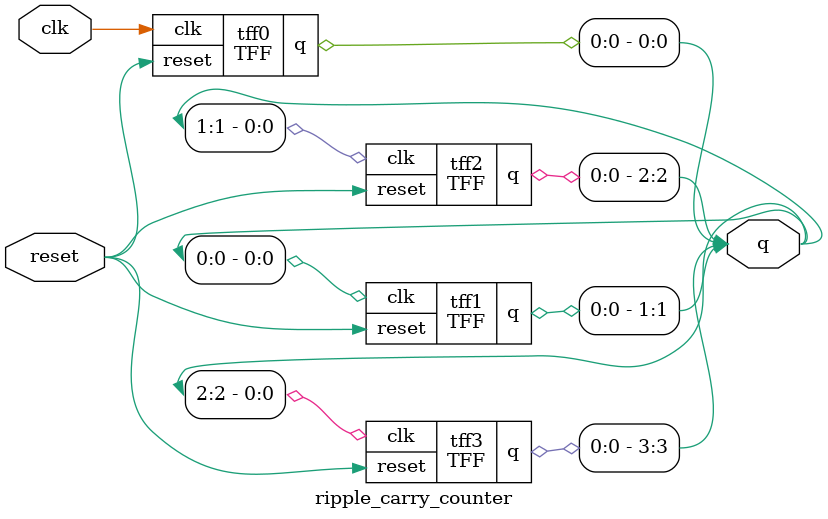
<source format=v>
module DFF(q, d, clk, reset);

output q; 
input d, clk, reset;
reg q;

always @(posedge reset or negedge clk)
if (reset)
		q = 1'b0;
else
		q = d;

endmodule

module TFF(q, clk, reset);

output q; 
input clk, reset;
wire d;

DFF dff0(q, d, clk, reset); 
not n1(d, q); // not is a Verilog provided primitive.

endmodule

module ripple_carry_counter(q, clk, reset);

output [3:0] q; 
input clk, reset; 

//4 instances of the module TFF are created. 
TFF tff0(q[0],clk, reset);
TFF tff1(q[1],q[0], reset);
TFF tff2(q[2],q[1], reset);
TFF tff3(q[3],q[2], reset);

endmodule


/*
module stimulus;

reg clk;
reg reset;
wire[3:0] q;

// instantiate the design block
ripple_carry_counter r1(q, clk, reset);

// Control the clk signal that drives the design block.
initial clk = 1'b0;
always #5 clk = ~clk;

// Control the reset signal that drives the design block
initial
begin
reset = 1'b1;
#15 reset = 1'b0;
#180 reset = 1'b1;
#10 reset = 1'b0;
#20 $stop;
end

// Monitor the outputs 
initial
	$monitor($time, " Output q = %d",  q);

//Waveforms
initial
	$gr_waves("clock", clk,
						"reset",reset,
						"q[0]",q[0],
						"q[1]",q[1],
						"q[2]",q[2],
						"q[3]",q[3]
						);

endmodule
*/

</source>
